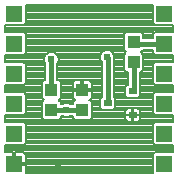
<source format=gbl>
G75*
%MOIN*%
%OFA0B0*%
%FSLAX24Y24*%
%IPPOS*%
%LPD*%
%AMOC8*
5,1,8,0,0,1.08239X$1,22.5*
%
%ADD10R,0.0531X0.0531*%
%ADD11R,0.0394X0.0433*%
%ADD12R,0.0276X0.0197*%
%ADD13C,0.0160*%
%ADD14C,0.0240*%
%ADD15C,0.0080*%
D10*
X002662Y002813D03*
X002662Y003813D03*
X002662Y004813D03*
X002662Y005813D03*
X002662Y006813D03*
X002662Y007813D03*
X007662Y007813D03*
X007662Y006813D03*
X007662Y005813D03*
X007662Y004813D03*
X007662Y003813D03*
X007662Y002813D03*
D11*
X004932Y004609D03*
X004932Y005278D03*
X003902Y005268D03*
X003902Y004599D03*
X006642Y006199D03*
X006642Y006868D03*
D12*
X006615Y005227D03*
X006615Y004440D03*
X005779Y004833D03*
D13*
X005779Y006347D01*
X005762Y006363D01*
X006642Y006199D02*
X006642Y005254D01*
X006615Y005227D01*
X006697Y006813D02*
X006642Y006868D01*
X006697Y006813D02*
X007662Y006813D01*
X004932Y004609D02*
X004408Y004609D01*
X004402Y004603D01*
X003907Y004603D01*
X003902Y004599D01*
X003902Y005268D02*
X003902Y006293D01*
D14*
X003902Y006293D03*
X004402Y004603D03*
X005762Y006363D03*
X004132Y002693D03*
D15*
X002702Y002773D02*
X002702Y002853D01*
X002622Y002853D01*
X002622Y003199D01*
X002381Y003199D01*
X002372Y003197D01*
X002372Y003428D01*
X002978Y003428D01*
X003048Y003498D01*
X003048Y004129D01*
X002978Y004199D01*
X002372Y004199D01*
X002372Y004428D01*
X002978Y004428D01*
X003048Y004498D01*
X003048Y005129D01*
X002978Y005199D01*
X002372Y005199D01*
X002372Y005428D01*
X002978Y005428D01*
X003048Y005498D01*
X003048Y006129D01*
X002978Y006199D01*
X002372Y006199D01*
X002372Y006428D01*
X002978Y006428D01*
X003048Y006498D01*
X003048Y007129D01*
X002978Y007199D01*
X002372Y007199D01*
X002372Y007428D01*
X002978Y007428D01*
X003048Y007498D01*
X003048Y008103D01*
X007277Y008103D01*
X007277Y007498D01*
X007347Y007428D01*
X007952Y007428D01*
X007952Y007199D01*
X007347Y007199D01*
X007277Y007129D01*
X007277Y007013D01*
X006959Y007013D01*
X006959Y007134D01*
X006889Y007204D01*
X006396Y007204D01*
X006325Y007134D01*
X006325Y006602D01*
X006394Y006533D01*
X006325Y006465D01*
X006325Y005932D01*
X006396Y005862D01*
X006442Y005862D01*
X006442Y005445D01*
X006428Y005445D01*
X006357Y005375D01*
X006357Y005079D01*
X006428Y005009D01*
X006803Y005009D01*
X006873Y005079D01*
X006873Y005375D01*
X006842Y005406D01*
X006842Y005862D01*
X006889Y005862D01*
X006959Y005932D01*
X006959Y006465D01*
X006891Y006533D01*
X006959Y006602D01*
X006959Y006613D01*
X007277Y006613D01*
X007277Y006498D01*
X007347Y006428D01*
X007952Y006428D01*
X007952Y006199D01*
X007347Y006199D01*
X007277Y006129D01*
X007277Y005498D01*
X007347Y005428D01*
X007952Y005428D01*
X007952Y005199D01*
X007347Y005199D01*
X007277Y005129D01*
X007277Y004498D01*
X007347Y004428D01*
X007952Y004428D01*
X007952Y004199D01*
X007347Y004199D01*
X007277Y004129D01*
X007277Y003498D01*
X007347Y003428D01*
X007952Y003428D01*
X007952Y003199D01*
X007347Y003199D01*
X007277Y003129D01*
X007277Y002523D01*
X003046Y002523D01*
X003048Y002532D01*
X003048Y002773D01*
X002702Y002773D01*
X002702Y002796D02*
X007277Y002796D01*
X007277Y002874D02*
X003048Y002874D01*
X003048Y002853D02*
X003048Y003095D01*
X003040Y003125D01*
X003024Y003153D01*
X003002Y003175D01*
X002974Y003191D01*
X002944Y003199D01*
X002702Y003199D01*
X002702Y002853D01*
X003048Y002853D01*
X003048Y002717D02*
X007277Y002717D01*
X007277Y002639D02*
X003048Y002639D01*
X003048Y002560D02*
X007277Y002560D01*
X007277Y002953D02*
X003048Y002953D01*
X003048Y003031D02*
X007277Y003031D01*
X007277Y003110D02*
X003044Y003110D01*
X002979Y003188D02*
X007336Y003188D01*
X007277Y003502D02*
X003048Y003502D01*
X003048Y003581D02*
X007277Y003581D01*
X007277Y003659D02*
X003048Y003659D01*
X003048Y003738D02*
X007277Y003738D01*
X007277Y003816D02*
X003048Y003816D01*
X003048Y003895D02*
X007277Y003895D01*
X007277Y003973D02*
X003048Y003973D01*
X003048Y004052D02*
X007277Y004052D01*
X007278Y004130D02*
X003046Y004130D01*
X002994Y004444D02*
X003585Y004444D01*
X003585Y004366D02*
X002372Y004366D01*
X002372Y004287D02*
X003631Y004287D01*
X003656Y004262D02*
X004149Y004262D01*
X004219Y004332D01*
X004219Y004403D01*
X004263Y004403D01*
X004266Y004400D01*
X004355Y004363D01*
X004450Y004363D01*
X004538Y004400D01*
X004547Y004409D01*
X004615Y004409D01*
X004615Y004342D01*
X004686Y004272D01*
X005179Y004272D01*
X005249Y004342D01*
X005249Y004875D01*
X005179Y004945D01*
X005159Y004945D01*
X005175Y004950D01*
X005203Y004965D01*
X005225Y004988D01*
X005241Y005015D01*
X005249Y005046D01*
X005249Y005238D01*
X004972Y005238D01*
X004972Y005318D01*
X004892Y005318D01*
X004892Y005238D01*
X004615Y005238D01*
X004615Y005046D01*
X004624Y005015D01*
X004639Y004988D01*
X004662Y004965D01*
X004689Y004950D01*
X004706Y004945D01*
X004686Y004945D01*
X004615Y004875D01*
X004615Y004809D01*
X004534Y004809D01*
X004450Y004843D01*
X004355Y004843D01*
X004266Y004807D01*
X004263Y004803D01*
X004219Y004803D01*
X004219Y004865D01*
X004151Y004933D01*
X004219Y005002D01*
X004219Y005534D01*
X004149Y005604D01*
X004102Y005604D01*
X004102Y006154D01*
X004106Y006157D01*
X004142Y006246D01*
X004142Y006341D01*
X004106Y006429D01*
X004038Y006497D01*
X003950Y006533D01*
X003855Y006533D01*
X003766Y006497D01*
X003699Y006429D01*
X003662Y006341D01*
X003662Y006246D01*
X003699Y006157D01*
X003702Y006154D01*
X003702Y005604D01*
X003656Y005604D01*
X003585Y005534D01*
X003585Y005002D01*
X003654Y004933D01*
X003585Y004865D01*
X003585Y004332D01*
X003656Y004262D01*
X003585Y004523D02*
X003048Y004523D01*
X003048Y004601D02*
X003585Y004601D01*
X003585Y004680D02*
X003048Y004680D01*
X003048Y004758D02*
X003585Y004758D01*
X003585Y004837D02*
X003048Y004837D01*
X003048Y004915D02*
X003636Y004915D01*
X003593Y004994D02*
X003048Y004994D01*
X003048Y005072D02*
X003585Y005072D01*
X003585Y005151D02*
X003026Y005151D01*
X003015Y005465D02*
X003585Y005465D01*
X003585Y005386D02*
X002372Y005386D01*
X002372Y005308D02*
X003585Y005308D01*
X003585Y005229D02*
X002372Y005229D01*
X003048Y005543D02*
X003595Y005543D01*
X003702Y005622D02*
X003048Y005622D01*
X003048Y005700D02*
X003702Y005700D01*
X003702Y005779D02*
X003048Y005779D01*
X003048Y005857D02*
X003702Y005857D01*
X003702Y005936D02*
X003048Y005936D01*
X003048Y006014D02*
X003702Y006014D01*
X003702Y006093D02*
X003048Y006093D01*
X003005Y006171D02*
X003693Y006171D01*
X003662Y006250D02*
X002372Y006250D01*
X002372Y006328D02*
X003662Y006328D01*
X003689Y006407D02*
X002372Y006407D01*
X003035Y006485D02*
X003755Y006485D01*
X004050Y006485D02*
X005553Y006485D01*
X005559Y006499D02*
X005522Y006411D01*
X005522Y006316D01*
X005559Y006227D01*
X005579Y006208D01*
X005579Y005039D01*
X005521Y004981D01*
X005521Y004685D01*
X005591Y004615D01*
X005966Y004615D01*
X006036Y004685D01*
X006036Y004981D01*
X005979Y005039D01*
X005979Y006258D01*
X006002Y006316D01*
X006002Y006411D01*
X005966Y006499D01*
X005898Y006567D01*
X005810Y006603D01*
X005715Y006603D01*
X005626Y006567D01*
X005559Y006499D01*
X005623Y006564D02*
X003048Y006564D01*
X003048Y006642D02*
X006325Y006642D01*
X006325Y006721D02*
X003048Y006721D01*
X003048Y006799D02*
X006325Y006799D01*
X006325Y006878D02*
X003048Y006878D01*
X003048Y006956D02*
X006325Y006956D01*
X006325Y007035D02*
X003048Y007035D01*
X003048Y007113D02*
X006325Y007113D01*
X006383Y007192D02*
X002985Y007192D01*
X003048Y007506D02*
X007277Y007506D01*
X007277Y007584D02*
X003048Y007584D01*
X003048Y007663D02*
X007277Y007663D01*
X007277Y007741D02*
X003048Y007741D01*
X003048Y007820D02*
X007277Y007820D01*
X007277Y007898D02*
X003048Y007898D01*
X003048Y007977D02*
X007277Y007977D01*
X007277Y008055D02*
X003048Y008055D01*
X002372Y007427D02*
X007952Y007427D01*
X007952Y007349D02*
X002372Y007349D01*
X002372Y007270D02*
X007952Y007270D01*
X007340Y007192D02*
X006901Y007192D01*
X006959Y007113D02*
X007277Y007113D01*
X007277Y007035D02*
X006959Y007035D01*
X006921Y006564D02*
X007277Y006564D01*
X007289Y006485D02*
X006939Y006485D01*
X006959Y006407D02*
X007952Y006407D01*
X007952Y006328D02*
X006959Y006328D01*
X006959Y006250D02*
X007952Y006250D01*
X007319Y006171D02*
X006959Y006171D01*
X006959Y006093D02*
X007277Y006093D01*
X007277Y006014D02*
X006959Y006014D01*
X006959Y005936D02*
X007277Y005936D01*
X007277Y005857D02*
X006842Y005857D01*
X006842Y005779D02*
X007277Y005779D01*
X007277Y005700D02*
X006842Y005700D01*
X006842Y005622D02*
X007277Y005622D01*
X007277Y005543D02*
X006842Y005543D01*
X006842Y005465D02*
X007310Y005465D01*
X007299Y005151D02*
X006873Y005151D01*
X006873Y005229D02*
X007952Y005229D01*
X007952Y005308D02*
X006873Y005308D01*
X006862Y005386D02*
X007952Y005386D01*
X007277Y005072D02*
X006866Y005072D01*
X007277Y004994D02*
X006024Y004994D01*
X006036Y004915D02*
X007277Y004915D01*
X007277Y004837D02*
X006036Y004837D01*
X006036Y004758D02*
X007277Y004758D01*
X007277Y004680D02*
X006031Y004680D01*
X006366Y004584D02*
X006357Y004554D01*
X006357Y004449D01*
X006606Y004449D01*
X006606Y004658D01*
X006462Y004658D01*
X006431Y004650D01*
X006404Y004634D01*
X006381Y004612D01*
X006366Y004584D01*
X006375Y004601D02*
X005249Y004601D01*
X005249Y004523D02*
X006357Y004523D01*
X006357Y004430D02*
X006357Y004325D01*
X006366Y004295D01*
X006381Y004267D01*
X006404Y004245D01*
X006431Y004229D01*
X006462Y004221D01*
X006606Y004221D01*
X006606Y004430D01*
X006624Y004430D01*
X006624Y004221D01*
X006769Y004221D01*
X006799Y004229D01*
X006827Y004245D01*
X006849Y004267D01*
X006865Y004295D01*
X006873Y004325D01*
X006873Y004430D01*
X006624Y004430D01*
X006624Y004449D01*
X006606Y004449D01*
X006606Y004430D01*
X006357Y004430D01*
X006357Y004366D02*
X005249Y004366D01*
X005249Y004444D02*
X006606Y004444D01*
X006624Y004444D02*
X007330Y004444D01*
X007277Y004523D02*
X006873Y004523D01*
X006873Y004554D02*
X006873Y004449D01*
X006624Y004449D01*
X006624Y004658D01*
X006769Y004658D01*
X006799Y004650D01*
X006827Y004634D01*
X006849Y004612D01*
X006865Y004584D01*
X006873Y004554D01*
X006855Y004601D02*
X007277Y004601D01*
X006873Y004366D02*
X007952Y004366D01*
X007952Y004287D02*
X006860Y004287D01*
X006624Y004287D02*
X006606Y004287D01*
X006606Y004366D02*
X006624Y004366D01*
X006624Y004523D02*
X006606Y004523D01*
X006606Y004601D02*
X006624Y004601D01*
X006370Y004287D02*
X005194Y004287D01*
X005249Y004680D02*
X005526Y004680D01*
X005521Y004758D02*
X005249Y004758D01*
X005249Y004837D02*
X005521Y004837D01*
X005521Y004915D02*
X005209Y004915D01*
X005229Y004994D02*
X005533Y004994D01*
X005579Y005072D02*
X005249Y005072D01*
X005249Y005151D02*
X005579Y005151D01*
X005579Y005229D02*
X005249Y005229D01*
X005249Y005318D02*
X005249Y005510D01*
X005241Y005541D01*
X005225Y005568D01*
X005203Y005591D01*
X005175Y005606D01*
X005145Y005614D01*
X004972Y005614D01*
X004972Y005318D01*
X005249Y005318D01*
X005249Y005386D02*
X005579Y005386D01*
X005579Y005308D02*
X004972Y005308D01*
X004972Y005386D02*
X004892Y005386D01*
X004892Y005318D02*
X004892Y005614D01*
X004720Y005614D01*
X004689Y005606D01*
X004662Y005591D01*
X004639Y005568D01*
X004624Y005541D01*
X004615Y005510D01*
X004615Y005318D01*
X004892Y005318D01*
X004892Y005308D02*
X004219Y005308D01*
X004219Y005386D02*
X004615Y005386D01*
X004615Y005465D02*
X004219Y005465D01*
X004210Y005543D02*
X004625Y005543D01*
X004892Y005543D02*
X004972Y005543D01*
X004972Y005465D02*
X004892Y005465D01*
X005239Y005543D02*
X005579Y005543D01*
X005579Y005465D02*
X005249Y005465D01*
X005579Y005622D02*
X004102Y005622D01*
X004102Y005700D02*
X005579Y005700D01*
X005579Y005779D02*
X004102Y005779D01*
X004102Y005857D02*
X005579Y005857D01*
X005579Y005936D02*
X004102Y005936D01*
X004102Y006014D02*
X005579Y006014D01*
X005579Y006093D02*
X004102Y006093D01*
X004111Y006171D02*
X005579Y006171D01*
X005549Y006250D02*
X004142Y006250D01*
X004142Y006328D02*
X005522Y006328D01*
X005522Y006407D02*
X004115Y006407D01*
X004219Y005229D02*
X004615Y005229D01*
X004615Y005151D02*
X004219Y005151D01*
X004219Y005072D02*
X004615Y005072D01*
X004636Y004994D02*
X004211Y004994D01*
X004169Y004915D02*
X004656Y004915D01*
X004615Y004837D02*
X004466Y004837D01*
X004339Y004837D02*
X004219Y004837D01*
X004219Y004366D02*
X004348Y004366D01*
X004456Y004366D02*
X004615Y004366D01*
X004671Y004287D02*
X004174Y004287D01*
X002702Y003188D02*
X002622Y003188D01*
X002622Y003110D02*
X002702Y003110D01*
X002702Y003031D02*
X002622Y003031D01*
X002622Y002953D02*
X002702Y002953D01*
X002702Y002874D02*
X002622Y002874D01*
X002372Y003267D02*
X007952Y003267D01*
X007952Y003345D02*
X002372Y003345D01*
X002372Y003424D02*
X007952Y003424D01*
X007952Y004209D02*
X002372Y004209D01*
X005901Y006564D02*
X006363Y006564D01*
X006346Y006485D02*
X005971Y006485D01*
X006002Y006407D02*
X006325Y006407D01*
X006325Y006328D02*
X006002Y006328D01*
X005979Y006250D02*
X006325Y006250D01*
X006325Y006171D02*
X005979Y006171D01*
X005979Y006093D02*
X006325Y006093D01*
X006325Y006014D02*
X005979Y006014D01*
X005979Y005936D02*
X006325Y005936D01*
X006442Y005857D02*
X005979Y005857D01*
X005979Y005779D02*
X006442Y005779D01*
X006442Y005700D02*
X005979Y005700D01*
X005979Y005622D02*
X006442Y005622D01*
X006442Y005543D02*
X005979Y005543D01*
X005979Y005465D02*
X006442Y005465D01*
X006369Y005386D02*
X005979Y005386D01*
X005979Y005308D02*
X006357Y005308D01*
X006357Y005229D02*
X005979Y005229D01*
X005979Y005151D02*
X006357Y005151D01*
X006364Y005072D02*
X005979Y005072D01*
M02*

</source>
